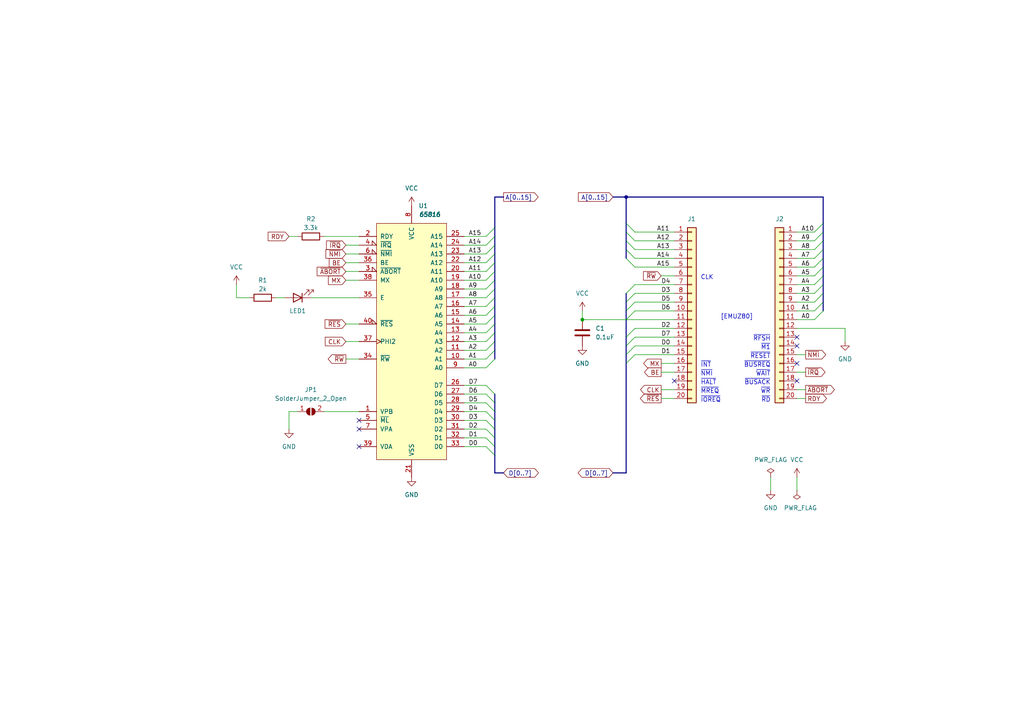
<source format=kicad_sch>
(kicad_sch (version 20211123) (generator eeschema)
  (paper "A4")
  (title_block (title "MEZ6502 Mezzanine board for EMUZ80") (date "2022-09-03") (rev "B") (company "Satoshi Okue"))
  (lib_symbols
    (symbol "0-My_Parts:65816" (pin_names (offset 1.016))
      (property "Reference" "U1" (at 2.0194 39.37 0))
      (property "Value" "65816" (at 2.0194 36.83 0))
      (symbol "65816_0_1"
        (rectangle (start -10.16 34.29) (end 10.16 -34.29) (fill (type background)))
      )
      (symbol "65816_1_1"
        (pin output line (at -15.24 -20.32 0) (length 5.08) (name "VPB") (number "1"))
        (pin output line (at 15.24 -5.08 180) (length 5.08) (name "A1") (number "10"))
        (pin output line (at 15.24 -2.54 180) (length 5.08) (name "A2") (number "11"))
        (pin output line (at 15.24 0 180) (length 5.08) (name "A3") (number "12"))
        (pin output line (at 15.24 2.54 180) (length 5.08) (name "A4") (number "13"))
        (pin output line (at 15.24 5.08 180) (length 5.08) (name "A5") (number "14"))
        (pin output line (at 15.24 7.62 180) (length 5.08) (name "A6") (number "15"))
        (pin output line (at 15.24 10.16 180) (length 5.08) (name "A7") (number "16"))
        (pin output line (at 15.24 12.7 180) (length 5.08) (name "A8") (number "17"))
        (pin output line (at 15.24 15.24 180) (length 5.08) (name "A9") (number "18"))
        (pin output line (at 15.24 17.78 180) (length 5.08) (name "A10") (number "19"))
        (pin input line (at -15.24 30.48 0) (length 5.08) (name "RDY") (number "2"))
        (pin output line (at 15.24 20.32 180) (length 5.08) (name "A11") (number "20"))
        (pin power_in line (at 0 -39.37 90) (length 5.08) (name "VSS") (number "21"))
        (pin output line (at 15.24 22.86 180) (length 5.08) (name "A12") (number "22"))
        (pin output line (at 15.24 25.4 180) (length 5.08) (name "A13") (number "23"))
        (pin output line (at 15.24 27.94 180) (length 5.08) (name "A14") (number "24"))
        (pin output line (at 15.24 30.48 180) (length 5.08) (name "A15") (number "25"))
        (pin bidirectional line (at 15.24 -12.7 180) (length 5.08) (name "D7") (number "26"))
        (pin bidirectional line (at 15.24 -15.24 180) (length 5.08) (name "D6") (number "27"))
        (pin bidirectional line (at 15.24 -17.78 180) (length 5.08) (name "D5") (number "28"))
        (pin bidirectional line (at 15.24 -20.32 180) (length 5.08) (name "D4") (number "29"))
        (pin input input_low (at -15.24 20.32 0) (length 5.08) (name "~{ABORT}") (number "3"))
        (pin bidirectional line (at 15.24 -22.86 180) (length 5.08) (name "D3") (number "30"))
        (pin bidirectional line (at 15.24 -25.4 180) (length 5.08) (name "D2") (number "31"))
        (pin bidirectional line (at 15.24 -27.94 180) (length 5.08) (name "D1") (number "32"))
        (pin bidirectional line (at 15.24 -30.48 180) (length 5.08) (name "D0") (number "33"))
        (pin output line (at -15.24 -5.08 0) (length 5.08) (name "~{RW}") (number "34"))
        (pin output line (at -15.24 12.7 0) (length 5.08) (name "E") (number "35"))
        (pin input line (at -15.24 22.86 0) (length 5.08) (name "BE") (number "36"))
        (pin input clock (at -15.24 0 0) (length 5.08) (name "PHI2") (number "37"))
        (pin output line (at -15.24 17.78 0) (length 5.08) (name "MX") (number "38"))
        (pin output line (at -15.24 -30.48 0) (length 5.08) (name "VDA") (number "39"))
        (pin input input_low (at -15.24 27.94 0) (length 5.08) (name "~{IRQ}") (number "4"))
        (pin input input_low (at -15.24 5.08 0) (length 5.08) (name "~{RES}") (number "40"))
        (pin output line (at -15.24 -22.86 0) (length 5.08) (name "~{ML}") (number "5"))
        (pin input input_low (at -15.24 25.4 0) (length 5.08) (name "~{NMI}") (number "6"))
        (pin output line (at -15.24 -25.4 0) (length 5.08) (name "VPA") (number "7"))
        (pin power_in line (at 0 39.37 270) (length 5.08) (name "VCC") (number "8"))
        (pin output line (at 15.24 -7.62 180) (length 5.08) (name "A0") (number "9"))
      )
    )
    (symbol "Connector_Generic:Conn_01x20" (pin_names (offset 1.016) hide)
      (property "Reference" "J" (at 0 25.4 0))
      (property "Value" "Conn_01x20" (at 0 -27.94 0))
      (symbol "Conn_01x20_1_1"
        (rectangle (start -1.27 -25.273) (end 0 -25.527) (stroke (width 0.1524)))
        (rectangle (start -1.27 -22.733) (end 0 -22.987) (stroke (width 0.1524)))
        (rectangle (start -1.27 -20.193) (end 0 -20.447) (stroke (width 0.1524)))
        (rectangle (start -1.27 -17.653) (end 0 -17.907) (stroke (width 0.1524)))
        (rectangle (start -1.27 -15.113) (end 0 -15.367) (stroke (width 0.1524)))
        (rectangle (start -1.27 -12.573) (end 0 -12.827) (stroke (width 0.1524)))
        (rectangle (start -1.27 -10.033) (end 0 -10.287) (stroke (width 0.1524)))
        (rectangle (start -1.27 -7.493) (end 0 -7.747) (stroke (width 0.1524)))
        (rectangle (start -1.27 -4.953) (end 0 -5.207) (stroke (width 0.1524)))
        (rectangle (start -1.27 -2.413) (end 0 -2.667) (stroke (width 0.1524)))
        (rectangle (start -1.27 0.127) (end 0 -0.127) (stroke (width 0.1524)))
        (rectangle (start -1.27 2.667) (end 0 2.413) (stroke (width 0.1524)))
        (rectangle (start -1.27 5.207) (end 0 4.953) (stroke (width 0.1524)))
        (rectangle (start -1.27 7.747) (end 0 7.493) (stroke (width 0.1524)))
        (rectangle (start -1.27 10.287) (end 0 10.033) (stroke (width 0.1524)))
        (rectangle (start -1.27 12.827) (end 0 12.573) (stroke (width 0.1524)))
        (rectangle (start -1.27 15.367) (end 0 15.113) (stroke (width 0.1524)))
        (rectangle (start -1.27 17.907) (end 0 17.653) (stroke (width 0.1524)))
        (rectangle (start -1.27 20.447) (end 0 20.193) (stroke (width 0.1524)))
        (rectangle (start -1.27 22.987) (end 0 22.733) (stroke (width 0.1524)))
        (rectangle (start -1.27 24.13) (end 1.27 -26.67) (stroke (width 0.254)) (fill (type background)))
        (pin passive line (at -5.08 22.86 0) (length 3.81) (name "Pin_1") (number "1"))
        (pin passive line (at -5.08 0 0) (length 3.81) (name "Pin_10") (number "10"))
        (pin passive line (at -5.08 -2.54 0) (length 3.81) (name "Pin_11") (number "11"))
        (pin passive line (at -5.08 -5.08 0) (length 3.81) (name "Pin_12") (number "12"))
        (pin passive line (at -5.08 -7.62 0) (length 3.81) (name "Pin_13") (number "13"))
        (pin passive line (at -5.08 -10.16 0) (length 3.81) (name "Pin_14") (number "14"))
        (pin passive line (at -5.08 -12.7 0) (length 3.81) (name "Pin_15") (number "15"))
        (pin passive line (at -5.08 -15.24 0) (length 3.81) (name "Pin_16") (number "16"))
        (pin passive line (at -5.08 -17.78 0) (length 3.81) (name "Pin_17") (number "17"))
        (pin passive line (at -5.08 -20.32 0) (length 3.81) (name "Pin_18") (number "18"))
        (pin passive line (at -5.08 -22.86 0) (length 3.81) (name "Pin_19") (number "19"))
        (pin passive line (at -5.08 20.32 0) (length 3.81) (name "Pin_2") (number "2"))
        (pin passive line (at -5.08 -25.4 0) (length 3.81) (name "Pin_20") (number "20"))
        (pin passive line (at -5.08 17.78 0) (length 3.81) (name "Pin_3") (number "3"))
        (pin passive line (at -5.08 15.24 0) (length 3.81) (name "Pin_4") (number "4"))
        (pin passive line (at -5.08 12.7 0) (length 3.81) (name "Pin_5") (number "5"))
        (pin passive line (at -5.08 10.16 0) (length 3.81) (name "Pin_6") (number "6"))
        (pin passive line (at -5.08 7.62 0) (length 3.81) (name "Pin_7") (number "7"))
        (pin passive line (at -5.08 5.08 0) (length 3.81) (name "Pin_8") (number "8"))
        (pin passive line (at -5.08 2.54 0) (length 3.81) (name "Pin_9") (number "9"))
      )
    )
    (symbol "Device:C" (pin_numbers hide) (pin_names (offset 0.254))
      (property "Reference" "C" (at 0.635 2.54 0))
      (property "Value" "C" (at 0.635 -2.54 0))
      (symbol "C_0_1"
        (polyline (pts (xy -2.032 -0.762) (xy 2.032 -0.762)) (stroke (width 0.508)))
        (polyline (pts (xy -2.032 0.762) (xy 2.032 0.762)) (stroke (width 0.508)))
      )
      (symbol "C_1_1"
        (pin passive line (at 0 3.81 270) (length 2.794) (name "~") (number "1"))
        (pin passive line (at 0 -3.81 90) (length 2.794) (name "~") (number "2"))
      )
    )
    (symbol "Device:LED" (pin_numbers hide) (pin_names (offset 1.016) hide)
      (property "Reference" "D" (at 0 2.54 0))
      (property "Value" "LED" (at 0 -2.54 0))
      (symbol "LED_0_1"
        (polyline (pts (xy -1.27 -1.27) (xy -1.27 1.27)) (stroke (width 0.254)))
        (polyline (pts (xy -1.27 0) (xy 1.27 0)))
        (polyline (pts (xy 1.27 -1.27) (xy 1.27 1.27) (xy -1.27 0) (xy 1.27 -1.27)) (stroke (width 0.254)))
        (polyline (pts (xy -3.048 -0.762) (xy -4.572 -2.286) (xy -3.81 -2.286) (xy -4.572 -2.286) (xy -4.572 -1.524)))
        (polyline (pts (xy -1.778 -0.762) (xy -3.302 -2.286) (xy -2.54 -2.286) (xy -3.302 -2.286) (xy -3.302 -1.524)))
      )
      (symbol "LED_1_1"
        (pin passive line (at -3.81 0 0) (length 2.54) (name "K") (number "1"))
        (pin passive line (at 3.81 0 180) (length 2.54) (name "A") (number "2"))
      )
    )
    (symbol "Device:R" (pin_numbers hide) (pin_names (offset 0))
      (property "Reference" "R" (at 2.032 0 90))
      (property "Value" "R" (at 0 0 90))
      (symbol "R_0_1"
        (rectangle (start -1.016 -2.54) (end 1.016 2.54) (stroke (width 0.254)))
      )
      (symbol "R_1_1"
        (pin passive line (at 0 3.81 270) (length 1.27) (name "~") (number "1"))
        (pin passive line (at 0 -3.81 90) (length 1.27) (name "~") (number "2"))
      )
    )
    (symbol "Jumper:SolderJumper_2_Open" (pin_names (offset 0) hide)
      (property "Reference" "JP" (at 0 2.032 0))
      (property "Value" "SolderJumper_2_Open" (at 0 -2.54 0))
      (symbol "SolderJumper_2_Open_0_1"
        (arc (start -0.254 1.016) (mid -1.27 0) (end -0.254 -1.016))
        (arc (start -0.254 1.016) (mid -1.27 0) (end -0.254 -1.016) (fill (type outline)))
        (polyline (pts (xy -0.254 1.016) (xy -0.254 -1.016)))
        (polyline (pts (xy 0.254 1.016) (xy 0.254 -1.016)))
        (arc (start 0.254 -1.016) (mid 1.27 0) (end 0.254 1.016))
        (arc (start 0.254 -1.016) (mid 1.27 0) (end 0.254 1.016) (fill (type outline)))
      )
      (symbol "SolderJumper_2_Open_1_1"
        (pin passive line (at -3.81 0 0) (length 2.54) (name "A") (number "1"))
        (pin passive line (at 3.81 0 180) (length 2.54) (name "B") (number "2"))
      )
    )
    (symbol "power:GND" (power) (pin_names (offset 0))
      (property "Value" "GND" (at 0 -3.81 0))
      (symbol "GND_0_1"
        (polyline (pts (xy 0 0) (xy 0 -1.27) (xy 1.27 -1.27) (xy 0 -2.54) (xy -1.27 -1.27) (xy 0 -1.27)))
      )
      (symbol "GND_1_1"
        (pin power_in line (at 0 0 270) (length 0) hide (name "GND") (number "1"))
      )
    )
    (symbol "power:PWR_FLAG" (power) (pin_numbers hide) (pin_names (offset 0) hide)
      (property "Value" "PWR_FLAG" (at 0 3.81 0))
      (symbol "PWR_FLAG_0_0"
        (pin power_out line (at 0 0 90) (length 0) (name "pwr") (number "1"))
      )
      (symbol "PWR_FLAG_0_1"
        (polyline (pts (xy 0 0) (xy 0 1.27) (xy -1.016 1.905) (xy 0 2.54) (xy 1.016 1.905) (xy 0 1.27)))
      )
    )
    (symbol "power:VCC" (power) (pin_names (offset 0))
      (property "Value" "VCC" (at 0 3.81 0))
      (symbol "VCC_0_1"
        (polyline (pts (xy -0.762 1.27) (xy 0 2.54)))
        (polyline (pts (xy 0 0) (xy 0 2.54)))
        (polyline (pts (xy 0 2.54) (xy 0.762 1.27)))
      )
      (symbol "VCC_1_1"
        (pin power_in line (at 0 0 90) (length 0) hide (name "VCC") (number "1"))
      )
    )
  )
  (junction (at 168.91 92.71))
  (junction (at 181.61 57.15))
  (no_connect (at 231.14 100.33))
  (no_connect (at 231.14 110.49))
  (no_connect (at 195.58 110.49))
  (no_connect (at 231.14 105.41))
  (no_connect (at 104.14 121.92))
  (no_connect (at 104.14 124.46))
  (no_connect (at 104.14 129.54))
  (no_connect (at 231.14 97.79))
  (bus_entry (at 238.76 74.93) (size -2.54 2.54))
  (bus_entry (at 181.61 72.39) (size 2.54 2.54))
  (bus_entry (at 238.76 87.63) (size -2.54 2.54))
  (bus_entry (at 181.61 85.09) (size 2.54 -2.54))
  (bus_entry (at 238.76 64.77) (size -2.54 2.54))
  (bus_entry (at 143.51 129.54) (size -2.54 -2.54))
  (bus_entry (at 143.51 76.2) (size -2.54 2.54))
  (bus_entry (at 238.76 72.39) (size -2.54 2.54))
  (bus_entry (at 238.76 90.17) (size -2.54 2.54))
  (bus_entry (at 143.51 73.66) (size -2.54 2.54))
  (bus_entry (at 143.51 114.3) (size -2.54 -2.54))
  (bus_entry (at 181.61 102.87) (size 2.54 -2.54))
  (bus_entry (at 181.61 105.41) (size 2.54 -2.54))
  (bus_entry (at 181.61 87.63) (size 2.54 -2.54))
  (bus_entry (at 143.51 96.52) (size -2.54 2.54))
  (bus_entry (at 143.51 116.84) (size -2.54 -2.54))
  (bus_entry (at 143.51 104.14) (size -2.54 2.54))
  (bus_entry (at 181.61 92.71) (size 2.54 -2.54))
  (bus_entry (at 143.51 86.36) (size -2.54 2.54))
  (bus_entry (at 143.51 71.12) (size -2.54 2.54))
  (bus_entry (at 143.51 81.28) (size -2.54 2.54))
  (bus_entry (at 143.51 93.98) (size -2.54 2.54))
  (bus_entry (at 238.76 80.01) (size -2.54 2.54))
  (bus_entry (at 143.51 132.08) (size -2.54 -2.54))
  (bus_entry (at 181.61 67.31) (size 2.54 2.54))
  (bus_entry (at 143.51 66.04) (size -2.54 2.54))
  (bus_entry (at 181.61 74.93) (size 2.54 2.54))
  (bus_entry (at 181.61 69.85) (size 2.54 2.54))
  (bus_entry (at 181.61 64.77) (size 2.54 2.54))
  (bus_entry (at 143.51 119.38) (size -2.54 -2.54))
  (bus_entry (at 143.51 68.58) (size -2.54 2.54))
  (bus_entry (at 238.76 67.31) (size -2.54 2.54))
  (bus_entry (at 181.61 90.17) (size 2.54 -2.54))
  (bus_entry (at 143.51 83.82) (size -2.54 2.54))
  (bus_entry (at 143.51 91.44) (size -2.54 2.54))
  (bus_entry (at 238.76 77.47) (size -2.54 2.54))
  (bus_entry (at 143.51 127) (size -2.54 -2.54))
  (bus_entry (at 238.76 82.55) (size -2.54 2.54))
  (bus_entry (at 143.51 78.74) (size -2.54 2.54))
  (bus_entry (at 181.61 97.79) (size 2.54 -2.54))
  (bus_entry (at 143.51 124.46) (size -2.54 -2.54))
  (bus_entry (at 143.51 99.06) (size -2.54 2.54))
  (bus_entry (at 181.61 100.33) (size 2.54 -2.54))
  (bus_entry (at 143.51 101.6) (size -2.54 2.54))
  (bus_entry (at 238.76 69.85) (size -2.54 2.54))
  (bus_entry (at 143.51 88.9) (size -2.54 2.54))
  (bus_entry (at 238.76 85.09) (size -2.54 2.54))
  (bus_entry (at 143.51 121.92) (size -2.54 -2.54))
  (bus (pts (xy 143.51 124.46) (xy 143.51 127)))
  (wire (pts (xy 134.62 104.14) (xy 140.97 104.14)))
  (bus (pts (xy 143.51 137.16) (xy 146.05 137.16)))
  (bus (pts (xy 238.76 77.47) (xy 238.76 80.01)))
  (bus (pts (xy 143.51 129.54) (xy 143.51 132.08)))
  (wire (pts (xy 100.33 81.28) (xy 104.14 81.28)))
  (bus (pts (xy 238.76 67.31) (xy 238.76 69.85)))
  (wire (pts (xy 134.62 121.92) (xy 140.97 121.92)))
  (bus (pts (xy 238.76 74.93) (xy 238.76 77.47)))
  (wire (pts (xy 90.17 86.36) (xy 104.14 86.36)))
  (bus (pts (xy 143.51 116.84) (xy 143.51 119.38)))
  (wire (pts (xy 134.62 73.66) (xy 140.97 73.66)))
  (bus (pts (xy 238.76 85.09) (xy 238.76 87.63)))
  (wire (pts (xy 134.62 111.76) (xy 140.97 111.76)))
  (bus (pts (xy 143.51 121.92) (xy 143.51 124.46)))
  (wire (pts (xy 184.15 67.31) (xy 195.58 67.31)))
  (bus (pts (xy 143.51 104.14) (xy 143.51 101.6)))
  (wire (pts (xy 134.62 78.74) (xy 140.97 78.74)))
  (wire (pts (xy 134.62 91.44) (xy 140.97 91.44)))
  (wire (pts (xy 231.14 67.31) (xy 236.22 67.31)))
  (wire (pts (xy 231.14 95.25) (xy 245.11 95.25)))
  (bus (pts (xy 181.61 90.17) (xy 181.61 92.71)))
  (wire (pts (xy 100.33 99.06) (xy 104.14 99.06)))
  (wire (pts (xy 184.15 82.55) (xy 195.58 82.55)))
  (wire (pts (xy 134.62 127) (xy 140.97 127)))
  (wire (pts (xy 83.82 68.58) (xy 86.36 68.58)))
  (wire (pts (xy 68.58 82.55) (xy 68.58 86.36)))
  (wire (pts (xy 134.62 88.9) (xy 140.97 88.9)))
  (wire (pts (xy 100.33 71.12) (xy 104.14 71.12)))
  (wire (pts (xy 184.15 87.63) (xy 195.58 87.63)))
  (bus (pts (xy 143.51 127) (xy 143.51 129.54)))
  (wire (pts (xy 191.77 113.03) (xy 195.58 113.03)))
  (wire (pts (xy 184.15 85.09) (xy 195.58 85.09)))
  (bus (pts (xy 238.76 64.77) (xy 238.76 67.31)))
  (wire (pts (xy 134.62 101.6) (xy 140.97 101.6)))
  (wire (pts (xy 184.15 74.93) (xy 195.58 74.93)))
  (wire (pts (xy 134.62 116.84) (xy 140.97 116.84)))
  (wire (pts (xy 100.33 93.98) (xy 104.14 93.98)))
  (wire (pts (xy 181.61 92.71) (xy 195.58 92.71)))
  (wire (pts (xy 93.98 68.58) (xy 104.14 68.58)))
  (bus (pts (xy 181.61 64.77) (xy 181.61 57.15)))
  (wire (pts (xy 191.77 80.01) (xy 195.58 80.01)))
  (bus (pts (xy 143.51 86.36) (xy 143.51 83.82)))
  (bus (pts (xy 177.8 57.15) (xy 181.61 57.15)))
  (bus (pts (xy 238.76 57.15) (xy 238.76 64.77)))
  (bus (pts (xy 143.51 66.04) (xy 143.51 57.15)))
  (bus (pts (xy 238.76 80.01) (xy 238.76 82.55)))
  (wire (pts (xy 184.15 69.85) (xy 195.58 69.85)))
  (bus (pts (xy 143.51 119.38) (xy 143.51 121.92)))
  (wire (pts (xy 191.77 107.95) (xy 195.58 107.95)))
  (wire (pts (xy 184.15 102.87) (xy 195.58 102.87)))
  (bus (pts (xy 143.51 114.3) (xy 143.51 116.84)))
  (bus (pts (xy 181.61 74.93) (xy 181.61 72.39)))
  (wire (pts (xy 231.14 69.85) (xy 236.22 69.85)))
  (wire (pts (xy 100.33 76.2) (xy 104.14 76.2)))
  (wire (pts (xy 231.14 138.43) (xy 231.14 142.24)))
  (bus (pts (xy 181.61 97.79) (xy 181.61 100.33)))
  (wire (pts (xy 184.15 95.25) (xy 195.58 95.25)))
  (wire (pts (xy 134.62 86.36) (xy 140.97 86.36)))
  (bus (pts (xy 181.61 102.87) (xy 181.61 105.41)))
  (wire (pts (xy 231.14 90.17) (xy 236.22 90.17)))
  (wire (pts (xy 231.14 102.87) (xy 233.68 102.87)))
  (bus (pts (xy 181.61 72.39) (xy 181.61 69.85)))
  (wire (pts (xy 184.15 100.33) (xy 195.58 100.33)))
  (wire (pts (xy 100.33 73.66) (xy 104.14 73.66)))
  (wire (pts (xy 100.33 104.14) (xy 104.14 104.14)))
  (wire (pts (xy 134.62 114.3) (xy 140.97 114.3)))
  (wire (pts (xy 191.77 115.57) (xy 195.58 115.57)))
  (bus (pts (xy 238.76 87.63) (xy 238.76 90.17)))
  (bus (pts (xy 143.51 73.66) (xy 143.51 71.12)))
  (wire (pts (xy 168.91 92.71) (xy 181.61 92.71)))
  (bus (pts (xy 181.61 85.09) (xy 181.61 87.63)))
  (wire (pts (xy 231.14 77.47) (xy 236.22 77.47)))
  (bus (pts (xy 181.61 57.15) (xy 238.76 57.15)))
  (bus (pts (xy 143.51 96.52) (xy 143.51 93.98)))
  (wire (pts (xy 231.14 74.93) (xy 236.22 74.93)))
  (wire (pts (xy 231.14 82.55) (xy 236.22 82.55)))
  (wire (pts (xy 231.14 92.71) (xy 236.22 92.71)))
  (bus (pts (xy 143.51 88.9) (xy 143.51 86.36)))
  (wire (pts (xy 134.62 119.38) (xy 140.97 119.38)))
  (bus (pts (xy 143.51 93.98) (xy 143.51 91.44)))
  (wire (pts (xy 231.14 115.57) (xy 233.68 115.57)))
  (wire (pts (xy 134.62 83.82) (xy 140.97 83.82)))
  (wire (pts (xy 134.62 96.52) (xy 140.97 96.52)))
  (bus (pts (xy 181.61 100.33) (xy 181.61 102.87)))
  (wire (pts (xy 231.14 113.03) (xy 233.68 113.03)))
  (wire (pts (xy 245.11 95.25) (xy 245.11 99.06)))
  (wire (pts (xy 168.91 90.17) (xy 168.91 92.71)))
  (wire (pts (xy 231.14 80.01) (xy 236.22 80.01)))
  (wire (pts (xy 191.77 105.41) (xy 195.58 105.41)))
  (wire (pts (xy 134.62 106.68) (xy 140.97 106.68)))
  (wire (pts (xy 231.14 85.09) (xy 236.22 85.09)))
  (wire (pts (xy 223.52 138.43) (xy 223.52 142.24)))
  (bus (pts (xy 181.61 67.31) (xy 181.61 64.77)))
  (wire (pts (xy 134.62 71.12) (xy 140.97 71.12)))
  (wire (pts (xy 184.15 77.47) (xy 195.58 77.47)))
  (bus (pts (xy 238.76 82.55) (xy 238.76 85.09)))
  (wire (pts (xy 72.39 86.36) (xy 68.58 86.36)))
  (wire (pts (xy 134.62 81.28) (xy 140.97 81.28)))
  (wire (pts (xy 184.15 97.79) (xy 195.58 97.79)))
  (wire (pts (xy 184.15 72.39) (xy 195.58 72.39)))
  (bus (pts (xy 181.61 87.63) (xy 181.61 90.17)))
  (bus (pts (xy 143.51 78.74) (xy 143.51 76.2)))
  (bus (pts (xy 181.61 69.85) (xy 181.61 67.31)))
  (bus (pts (xy 181.61 92.71) (xy 181.61 97.79)))
  (wire (pts (xy 184.15 90.17) (xy 195.58 90.17)))
  (bus (pts (xy 181.61 105.41) (xy 181.61 137.16)))
  (bus (pts (xy 143.51 83.82) (xy 143.51 81.28)))
  (wire (pts (xy 231.14 87.63) (xy 236.22 87.63)))
  (wire (pts (xy 86.36 119.38) (xy 83.82 119.38)))
  (bus (pts (xy 143.51 91.44) (xy 143.51 88.9)))
  (wire (pts (xy 134.62 68.58) (xy 140.97 68.58)))
  (wire (pts (xy 134.62 93.98) (xy 140.97 93.98)))
  (bus (pts (xy 143.51 71.12) (xy 143.51 68.58)))
  (wire (pts (xy 231.14 107.95) (xy 233.68 107.95)))
  (wire (pts (xy 100.33 78.74) (xy 104.14 78.74)))
  (bus (pts (xy 238.76 69.85) (xy 238.76 72.39)))
  (bus (pts (xy 143.51 57.15) (xy 146.05 57.15)))
  (bus (pts (xy 143.51 68.58) (xy 143.51 66.04)))
  (wire (pts (xy 231.14 72.39) (xy 236.22 72.39)))
  (bus (pts (xy 143.51 132.08) (xy 143.51 137.16)))
  (wire (pts (xy 134.62 99.06) (xy 140.97 99.06)))
  (bus (pts (xy 143.51 76.2) (xy 143.51 73.66)))
  (bus (pts (xy 143.51 81.28) (xy 143.51 78.74)))
  (bus (pts (xy 143.51 99.06) (xy 143.51 96.52)))
  (bus (pts (xy 238.76 72.39) (xy 238.76 74.93)))
  (wire (pts (xy 134.62 76.2) (xy 140.97 76.2)))
  (bus (pts (xy 177.8 137.16) (xy 181.61 137.16)))
  (bus (pts (xy 143.51 101.6) (xy 143.51 99.06)))
  (wire (pts (xy 93.98 119.38) (xy 104.14 119.38)))
  (wire (pts (xy 134.62 124.46) (xy 140.97 124.46)))
  (wire (pts (xy 83.82 119.38) (xy 83.82 124.46)))
  (wire (pts (xy 134.62 129.54) (xy 140.97 129.54)))
  (wire (pts (xy 80.01 86.36) (xy 82.55 86.36)))
  (text "~{RFSH}" (at 223.52 99.06 180) (effects (font (size 1.27 1.27)) (justify right bottom)))
  (text "[EMUZ80]" (at 218.44 92.71 180) (effects (font (size 1.27 1.27)) (justify right bottom)))
  (text "~{NMI}" (at 203.2 109.22 0) (effects (font (size 1.27 1.27)) (justify left bottom)))
  (text "CLK" (at 203.2 81.28 0) (effects (font (size 1.27 1.27)) (justify left bottom)))
  (text "~{M1}" (at 223.52 101.6 180) (effects (font (size 1.27 1.27)) (justify right bottom)))
  (text "~{INT}" (at 203.2 106.68 0) (effects (font (size 1.27 1.27)) (justify left bottom)))
  (text "~{BUSREQ}" (at 223.52 106.68 180) (effects (font (size 1.27 1.27)) (justify right bottom)))
  (text "~{WAIT}" (at 223.52 109.22 180) (effects (font (size 1.27 1.27)) (justify right bottom)))
  (text "~{IOREQ}" (at 203.2 116.84 0) (effects (font (size 1.27 1.27)) (justify left bottom)))
  (text "~{BUSACK}" (at 223.52 111.76 180) (effects (font (size 1.27 1.27)) (justify right bottom)))
  (text "~{WR}" (at 223.52 114.3 180) (effects (font (size 1.27 1.27)) (justify right bottom)))
  (text "~{MREQ}" (at 203.2 114.3 0) (effects (font (size 1.27 1.27)) (justify left bottom)))
  (text "~{RESET}" (at 223.52 104.14 180) (effects (font (size 1.27 1.27)) (justify right bottom)))
  (text "~{HALT}" (at 203.2 111.76 0) (effects (font (size 1.27 1.27)) (justify left bottom)))
  (text "~{RD}" (at 223.52 116.84 180) (effects (font (size 1.27 1.27)) (justify right bottom)))
  (label "A13" (at 190.5 72.39 0))
  (label "A5" (at 232.41 80.01 0))
  (label "A3" (at 232.41 85.09 0))
  (label "A1" (at 232.41 90.17 0))
  (label "A11" (at 135.89 78.74 0))
  (label "D5" (at 135.89 116.84 0))
  (label "A2" (at 232.41 87.63 0))
  (label "A6" (at 232.41 77.47 0))
  (label "A13" (at 135.89 73.66 0))
  (label "A4" (at 135.89 96.52 0))
  (label "D1" (at 191.77 102.87 0))
  (label "D0" (at 135.89 129.54 0))
  (label "A5" (at 135.89 93.98 0))
  (label "A8" (at 135.89 86.36 0))
  (label "D1" (at 135.89 127 0))
  (label "A14" (at 190.5 74.93 0))
  (label "A0" (at 232.41 92.71 0))
  (label "A1" (at 135.89 104.14 0))
  (label "D0" (at 191.77 100.33 0))
  (label "D4" (at 135.89 119.38 0))
  (label "A4" (at 232.41 82.55 0))
  (label "A2" (at 135.89 101.6 0))
  (label "D4" (at 191.77 82.55 0))
  (label "D6" (at 135.89 114.3 0))
  (label "A10" (at 135.89 81.28 0))
  (label "D7" (at 191.77 97.79 0))
  (label "D2" (at 191.77 95.25 0))
  (label "D7" (at 135.89 111.76 0))
  (label "A11" (at 190.5 67.31 0))
  (label "A15" (at 135.89 68.58 0))
  (label "A7" (at 135.89 88.9 0))
  (label "A7" (at 232.41 74.93 0))
  (label "D6" (at 191.77 90.17 0))
  (label "A15" (at 190.5 77.47 0))
  (label "A14" (at 135.89 71.12 0))
  (label "A10" (at 232.41 67.31 0))
  (label "A8" (at 232.41 72.39 0))
  (label "A12" (at 190.5 69.85 0))
  (label "D5" (at 191.77 87.63 0))
  (label "D3" (at 191.77 85.09 0))
  (label "A12" (at 135.89 76.2 0))
  (label "A9" (at 232.41 69.85 0))
  (label "A6" (at 135.89 91.44 0))
  (label "A9" (at 135.89 83.82 0))
  (label "A3" (at 135.89 99.06 0))
  (label "D2" (at 135.89 124.46 0))
  (label "A0" (at 135.89 106.68 0))
  (label "D3" (at 135.89 121.92 0))
  (global_label "~{RES}" (shape input) (at 100.33 93.98 180) (property "シート間のリファレンス" "${INTERSHEET_REFS}" (effects hide)))
  (global_label "MX" (shape input) (at 100.33 81.28 180) (property "シート間のリファレンス" "${INTERSHEET_REFS}" (effects hide)))
  (global_label "~{NMI}" (shape input) (at 100.33 73.66 180) (property "シート間のリファレンス" "${INTERSHEET_REFS}" (effects hide)))
  (global_label "RDY" (shape input) (at 83.82 68.58 180) (property "シート間のリファレンス" "${INTERSHEET_REFS}" (effects hide)))
  (global_label "RDY" (shape output) (at 233.68 115.57 0) (property "シート間のリファレンス" "${INTERSHEET_REFS}" (effects hide)))
  (global_label "~{IRQ}" (shape output) (at 233.68 107.95 0) (property "シート間のリファレンス" "${INTERSHEET_REFS}" (effects hide)))
  (global_label "D[0..7]" (shape bidirectional) (at 146.05 137.16 0) (property "シート間のリファレンス" "${INTERSHEET_REFS}" (effects hide)))
  (global_label "CLK" (shape output) (at 191.77 113.03 180) (property "シート間のリファレンス" "${INTERSHEET_REFS}" (effects hide)))
  (global_label "~{RW}" (shape input) (at 191.77 80.01 180) (property "シート間のリファレンス" "${INTERSHEET_REFS}" (effects hide)))
  (global_label "A[0..15]" (shape output) (at 146.05 57.15 0) (property "シート間のリファレンス" "${INTERSHEET_REFS}" (effects hide)))
  (global_label "~{ABORT}" (shape output) (at 233.68 113.03 0) (property "シート間のリファレンス" "${INTERSHEET_REFS}" (effects hide)))
  (global_label "~{RES}" (shape output) (at 191.77 115.57 180) (property "シート間のリファレンス" "${INTERSHEET_REFS}" (effects hide)))
  (global_label "~{ABORT}" (shape input) (at 100.33 78.74 180) (property "シート間のリファレンス" "${INTERSHEET_REFS}" (effects hide)))
  (global_label "CLK" (shape input) (at 100.33 99.06 180) (property "シート間のリファレンス" "${INTERSHEET_REFS}" (effects hide)))
  (global_label "MX" (shape output) (at 191.77 105.41 180) (property "シート間のリファレンス" "${INTERSHEET_REFS}" (effects hide)))
  (global_label "BE" (shape output) (at 191.77 107.95 180) (property "シート間のリファレンス" "${INTERSHEET_REFS}" (effects hide)))
  (global_label "D[0..7]" (shape bidirectional) (at 177.8 137.16 180) (property "シート間のリファレンス" "${INTERSHEET_REFS}" (effects hide)))
  (global_label "~{RW}" (shape output) (at 100.33 104.14 180) (property "シート間のリファレンス" "${INTERSHEET_REFS}" (effects hide)))
  (global_label "A[0..15]" (shape input) (at 177.8 57.15 180) (property "シート間のリファレンス" "${INTERSHEET_REFS}" (effects hide)))
  (global_label "~{IRQ}" (shape input) (at 100.33 71.12 180) (property "シート間のリファレンス" "${INTERSHEET_REFS}" (effects hide)))
  (global_label "BE" (shape input) (at 100.33 76.2 180) (property "シート間のリファレンス" "${INTERSHEET_REFS}" (effects hide)))
  (global_label "~{NMI}" (shape output) (at 233.68 102.87 0) (property "シート間のリファレンス" "${INTERSHEET_REFS}" (effects hide)))
  (symbol (lib_id "Connector_Generic:Conn_01x20") (at 226.06 90.17 0) (mirror y) (unit 1)
    (property "Reference" "J2" (at 227.33 63.5 0) (effects (justify left)))
    (property "Value" "Conn_01x20" (effects hide))
    (property "Footprint" "Connector_PinHeader_2.54mm:PinHeader_1x20_P2.54mm_Vertical" (effects hide))
  )
  (symbol (lib_id "Device:LED") (at 86.36 86.36 180) (unit 1)
    (property "Reference" "LED1" (at 86.36 90.17 0))
    (property "Value" "LED" (effects hide))
    (property "Footprint" "LED_THT:LED_D3.0mm" (effects hide))
  )
  (symbol (lib_id "0-My_Parts:65816") (at 119.38 99.06 0) (unit 1)
    (property "Reference" "U1" (at 121.3994 59.69 0) (effects (justify left)))
    (property "Value" "65816" (at 121.3994 62.23 0) (effects (font bold italic) (justify left)))
    (property "Footprint" "Package_DIP:DIP-40_W15.24mm" (effects hide))
    (property "Datasheet" "http://www.6502.org/documents/datasheets/mos/mos_6500_mpu_mar_1980.pdf" (effects hide))
  )
  (symbol (lib_id "power:GND") (at 245.11 99.06 0) (unit 1)
    (property "Reference" "#PWR0107" (effects hide))
    (property "Value" "GND" (at 245.11 104.14 0))
  )
  (symbol (lib_id "power:VCC") (at 231.14 138.43 0) (unit 1)
    (property "Reference" "#PWR0109" (effects hide))
    (property "Value" "VCC" (at 231.14 133.35 0))
  )
  (symbol (lib_id "power:GND") (at 168.91 100.33 0) (unit 1)
    (property "Reference" "#PWR0101" (effects hide))
    (property "Value" "GND" (at 168.91 105.41 0))
  )
  (symbol (lib_id "Jumper:SolderJumper_2_Open") (at 90.17 119.38 0) (unit 1)
    (property "Reference" "JP1" (at 90.17 113.03 0))
    (property "Value" "SolderJumper_2_Open" (at 90.17 115.57 0))
    (property "Footprint" "Jumper:SolderJumper-2_P1.3mm_Open_Pad1.0x1.5mm" (effects hide))
  )
  (symbol (lib_id "power:GND") (at 119.38 138.43 0) (unit 1)
    (property "Reference" "#PWR0106" (effects hide))
    (property "Value" "GND" (at 119.38 143.51 0))
  )
  (symbol (lib_id "power:VCC") (at 119.38 59.69 0) (unit 1)
    (property "Reference" "#PWR0103" (effects hide))
    (property "Value" "VCC" (at 119.38 54.61 0))
  )
  (symbol (lib_id "power:VCC") (at 168.91 90.17 0) (unit 1)
    (property "Reference" "#PWR0102" (effects hide))
    (property "Value" "VCC" (at 168.91 85.09 0))
  )
  (symbol (lib_id "power:GND") (at 83.82 124.46 0) (unit 1)
    (property "Reference" "#PWR0105" (effects hide))
    (property "Value" "GND" (at 83.82 129.54 0))
  )
  (symbol (lib_id "power:PWR_FLAG") (at 223.52 138.43 0) (unit 1)
    (property "Reference" "#FLG0101" (effects hide))
    (property "Value" "PWR_FLAG" (at 223.52 133.35 0))
  )
  (symbol (lib_id "Connector_Generic:Conn_01x20") (at 200.66 90.17 0) (unit 1)
    (property "Reference" "J1" (at 199.39 63.5 0) (effects (justify left)))
    (property "Value" "Conn_01x20" (effects hide))
    (property "Footprint" "Connector_PinHeader_2.54mm:PinHeader_1x20_P2.54mm_Vertical" (effects hide))
  )
  (symbol (lib_id "Device:C") (at 168.91 96.52 0) (unit 1)
    (property "Reference" "C1" (at 172.72 95.2499 0) (effects (justify left)))
    (property "Value" "0.1uF" (at 172.72 97.7899 0) (effects (justify left)))
    (property "Footprint" "Capacitor_THT:C_Disc_D3.8mm_W2.6mm_P2.50mm" (effects hide))
  )
  (symbol (lib_id "Device:R") (at 76.2 86.36 90) (unit 1)
    (property "Reference" "R1" (at 76.2 81.28 90))
    (property "Value" "2k" (at 76.2 83.82 90))
    (property "Footprint" "Resistor_THT:R_Axial_DIN0207_L6.3mm_D2.5mm_P10.16mm_Horizontal" (effects hide))
  )
  (symbol (lib_id "power:PWR_FLAG") (at 231.14 142.24 180) (unit 1)
    (property "Reference" "#FLG0102" (effects hide))
    (property "Value" "PWR_FLAG" (at 227.33 147.32 0) (effects (justify right)))
  )
  (symbol (lib_id "Device:R") (at 90.17 68.58 90) (unit 1)
    (property "Reference" "R2" (at 90.17 63.5 90))
    (property "Value" "3.3k" (at 90.17 66.04 90))
    (property "Footprint" "Resistor_THT:R_Axial_DIN0207_L6.3mm_D2.5mm_P10.16mm_Horizontal" (effects hide))
  )
  (symbol (lib_id "power:GND") (at 223.52 142.24 0) (unit 1)
    (property "Reference" "#PWR0110" (effects hide))
    (property "Value" "GND" (at 223.52 147.32 0))
  )
  (symbol (lib_id "power:VCC") (at 68.58 82.55 0) (unit 1)
    (property "Reference" "#PWR0104" (effects hide))
    (property "Value" "VCC" (at 68.58 77.47 0))
  )
)
</source>
